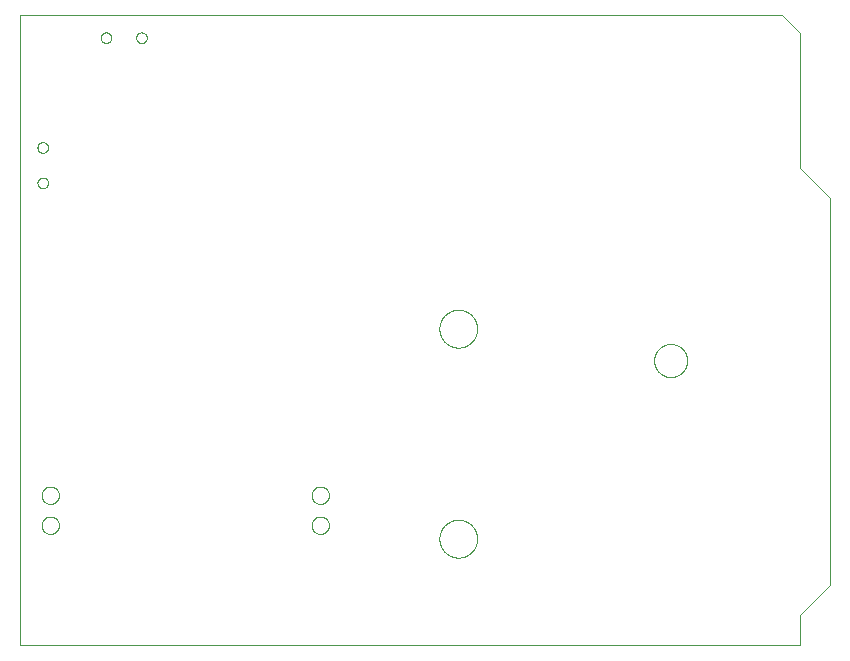
<source format=gbp>
G75*
%MOIN*%
%OFA0B0*%
%FSLAX25Y25*%
%IPPOS*%
%LPD*%
%AMOC8*
5,1,8,0,0,1.08239X$1,22.5*
%
%ADD10C,0.00004*%
%ADD11C,0.00000*%
D10*
X0016500Y0031300D02*
X0276500Y0031300D01*
X0276500Y0041300D01*
X0286500Y0051300D01*
X0286500Y0180300D01*
X0276500Y0190300D01*
X0276500Y0235300D01*
X0270500Y0241300D01*
X0016500Y0241300D01*
X0016500Y0031300D01*
D11*
X0023600Y0071300D02*
X0023602Y0071407D01*
X0023608Y0071514D01*
X0023618Y0071621D01*
X0023632Y0071727D01*
X0023649Y0071833D01*
X0023671Y0071938D01*
X0023697Y0072042D01*
X0023726Y0072145D01*
X0023759Y0072247D01*
X0023796Y0072348D01*
X0023836Y0072447D01*
X0023881Y0072544D01*
X0023928Y0072640D01*
X0023980Y0072735D01*
X0024034Y0072827D01*
X0024092Y0072917D01*
X0024154Y0073005D01*
X0024218Y0073090D01*
X0024286Y0073173D01*
X0024357Y0073254D01*
X0024431Y0073332D01*
X0024507Y0073407D01*
X0024586Y0073479D01*
X0024668Y0073548D01*
X0024752Y0073614D01*
X0024839Y0073677D01*
X0024928Y0073737D01*
X0025019Y0073793D01*
X0025112Y0073846D01*
X0025207Y0073896D01*
X0025304Y0073942D01*
X0025403Y0073984D01*
X0025503Y0074023D01*
X0025604Y0074058D01*
X0025706Y0074089D01*
X0025810Y0074117D01*
X0025915Y0074140D01*
X0026020Y0074160D01*
X0026126Y0074176D01*
X0026232Y0074188D01*
X0026339Y0074196D01*
X0026446Y0074200D01*
X0026554Y0074200D01*
X0026661Y0074196D01*
X0026768Y0074188D01*
X0026874Y0074176D01*
X0026980Y0074160D01*
X0027085Y0074140D01*
X0027190Y0074117D01*
X0027294Y0074089D01*
X0027396Y0074058D01*
X0027497Y0074023D01*
X0027597Y0073984D01*
X0027696Y0073942D01*
X0027793Y0073896D01*
X0027888Y0073846D01*
X0027981Y0073793D01*
X0028072Y0073737D01*
X0028161Y0073677D01*
X0028248Y0073614D01*
X0028332Y0073548D01*
X0028414Y0073479D01*
X0028493Y0073407D01*
X0028569Y0073332D01*
X0028643Y0073254D01*
X0028714Y0073173D01*
X0028782Y0073090D01*
X0028846Y0073005D01*
X0028908Y0072917D01*
X0028966Y0072827D01*
X0029020Y0072735D01*
X0029072Y0072640D01*
X0029119Y0072544D01*
X0029164Y0072447D01*
X0029204Y0072348D01*
X0029241Y0072247D01*
X0029274Y0072145D01*
X0029303Y0072042D01*
X0029329Y0071938D01*
X0029351Y0071833D01*
X0029368Y0071727D01*
X0029382Y0071621D01*
X0029392Y0071514D01*
X0029398Y0071407D01*
X0029400Y0071300D01*
X0029398Y0071193D01*
X0029392Y0071086D01*
X0029382Y0070979D01*
X0029368Y0070873D01*
X0029351Y0070767D01*
X0029329Y0070662D01*
X0029303Y0070558D01*
X0029274Y0070455D01*
X0029241Y0070353D01*
X0029204Y0070252D01*
X0029164Y0070153D01*
X0029119Y0070056D01*
X0029072Y0069960D01*
X0029020Y0069865D01*
X0028966Y0069773D01*
X0028908Y0069683D01*
X0028846Y0069595D01*
X0028782Y0069510D01*
X0028714Y0069427D01*
X0028643Y0069346D01*
X0028569Y0069268D01*
X0028493Y0069193D01*
X0028414Y0069121D01*
X0028332Y0069052D01*
X0028248Y0068986D01*
X0028161Y0068923D01*
X0028072Y0068863D01*
X0027981Y0068807D01*
X0027888Y0068754D01*
X0027793Y0068704D01*
X0027696Y0068658D01*
X0027597Y0068616D01*
X0027497Y0068577D01*
X0027396Y0068542D01*
X0027294Y0068511D01*
X0027190Y0068483D01*
X0027085Y0068460D01*
X0026980Y0068440D01*
X0026874Y0068424D01*
X0026768Y0068412D01*
X0026661Y0068404D01*
X0026554Y0068400D01*
X0026446Y0068400D01*
X0026339Y0068404D01*
X0026232Y0068412D01*
X0026126Y0068424D01*
X0026020Y0068440D01*
X0025915Y0068460D01*
X0025810Y0068483D01*
X0025706Y0068511D01*
X0025604Y0068542D01*
X0025503Y0068577D01*
X0025403Y0068616D01*
X0025304Y0068658D01*
X0025207Y0068704D01*
X0025112Y0068754D01*
X0025019Y0068807D01*
X0024928Y0068863D01*
X0024839Y0068923D01*
X0024752Y0068986D01*
X0024668Y0069052D01*
X0024586Y0069121D01*
X0024507Y0069193D01*
X0024431Y0069268D01*
X0024357Y0069346D01*
X0024286Y0069427D01*
X0024218Y0069510D01*
X0024154Y0069595D01*
X0024092Y0069683D01*
X0024034Y0069773D01*
X0023980Y0069865D01*
X0023928Y0069960D01*
X0023881Y0070056D01*
X0023836Y0070153D01*
X0023796Y0070252D01*
X0023759Y0070353D01*
X0023726Y0070455D01*
X0023697Y0070558D01*
X0023671Y0070662D01*
X0023649Y0070767D01*
X0023632Y0070873D01*
X0023618Y0070979D01*
X0023608Y0071086D01*
X0023602Y0071193D01*
X0023600Y0071300D01*
X0023600Y0081300D02*
X0023602Y0081407D01*
X0023608Y0081514D01*
X0023618Y0081621D01*
X0023632Y0081727D01*
X0023649Y0081833D01*
X0023671Y0081938D01*
X0023697Y0082042D01*
X0023726Y0082145D01*
X0023759Y0082247D01*
X0023796Y0082348D01*
X0023836Y0082447D01*
X0023881Y0082544D01*
X0023928Y0082640D01*
X0023980Y0082735D01*
X0024034Y0082827D01*
X0024092Y0082917D01*
X0024154Y0083005D01*
X0024218Y0083090D01*
X0024286Y0083173D01*
X0024357Y0083254D01*
X0024431Y0083332D01*
X0024507Y0083407D01*
X0024586Y0083479D01*
X0024668Y0083548D01*
X0024752Y0083614D01*
X0024839Y0083677D01*
X0024928Y0083737D01*
X0025019Y0083793D01*
X0025112Y0083846D01*
X0025207Y0083896D01*
X0025304Y0083942D01*
X0025403Y0083984D01*
X0025503Y0084023D01*
X0025604Y0084058D01*
X0025706Y0084089D01*
X0025810Y0084117D01*
X0025915Y0084140D01*
X0026020Y0084160D01*
X0026126Y0084176D01*
X0026232Y0084188D01*
X0026339Y0084196D01*
X0026446Y0084200D01*
X0026554Y0084200D01*
X0026661Y0084196D01*
X0026768Y0084188D01*
X0026874Y0084176D01*
X0026980Y0084160D01*
X0027085Y0084140D01*
X0027190Y0084117D01*
X0027294Y0084089D01*
X0027396Y0084058D01*
X0027497Y0084023D01*
X0027597Y0083984D01*
X0027696Y0083942D01*
X0027793Y0083896D01*
X0027888Y0083846D01*
X0027981Y0083793D01*
X0028072Y0083737D01*
X0028161Y0083677D01*
X0028248Y0083614D01*
X0028332Y0083548D01*
X0028414Y0083479D01*
X0028493Y0083407D01*
X0028569Y0083332D01*
X0028643Y0083254D01*
X0028714Y0083173D01*
X0028782Y0083090D01*
X0028846Y0083005D01*
X0028908Y0082917D01*
X0028966Y0082827D01*
X0029020Y0082735D01*
X0029072Y0082640D01*
X0029119Y0082544D01*
X0029164Y0082447D01*
X0029204Y0082348D01*
X0029241Y0082247D01*
X0029274Y0082145D01*
X0029303Y0082042D01*
X0029329Y0081938D01*
X0029351Y0081833D01*
X0029368Y0081727D01*
X0029382Y0081621D01*
X0029392Y0081514D01*
X0029398Y0081407D01*
X0029400Y0081300D01*
X0029398Y0081193D01*
X0029392Y0081086D01*
X0029382Y0080979D01*
X0029368Y0080873D01*
X0029351Y0080767D01*
X0029329Y0080662D01*
X0029303Y0080558D01*
X0029274Y0080455D01*
X0029241Y0080353D01*
X0029204Y0080252D01*
X0029164Y0080153D01*
X0029119Y0080056D01*
X0029072Y0079960D01*
X0029020Y0079865D01*
X0028966Y0079773D01*
X0028908Y0079683D01*
X0028846Y0079595D01*
X0028782Y0079510D01*
X0028714Y0079427D01*
X0028643Y0079346D01*
X0028569Y0079268D01*
X0028493Y0079193D01*
X0028414Y0079121D01*
X0028332Y0079052D01*
X0028248Y0078986D01*
X0028161Y0078923D01*
X0028072Y0078863D01*
X0027981Y0078807D01*
X0027888Y0078754D01*
X0027793Y0078704D01*
X0027696Y0078658D01*
X0027597Y0078616D01*
X0027497Y0078577D01*
X0027396Y0078542D01*
X0027294Y0078511D01*
X0027190Y0078483D01*
X0027085Y0078460D01*
X0026980Y0078440D01*
X0026874Y0078424D01*
X0026768Y0078412D01*
X0026661Y0078404D01*
X0026554Y0078400D01*
X0026446Y0078400D01*
X0026339Y0078404D01*
X0026232Y0078412D01*
X0026126Y0078424D01*
X0026020Y0078440D01*
X0025915Y0078460D01*
X0025810Y0078483D01*
X0025706Y0078511D01*
X0025604Y0078542D01*
X0025503Y0078577D01*
X0025403Y0078616D01*
X0025304Y0078658D01*
X0025207Y0078704D01*
X0025112Y0078754D01*
X0025019Y0078807D01*
X0024928Y0078863D01*
X0024839Y0078923D01*
X0024752Y0078986D01*
X0024668Y0079052D01*
X0024586Y0079121D01*
X0024507Y0079193D01*
X0024431Y0079268D01*
X0024357Y0079346D01*
X0024286Y0079427D01*
X0024218Y0079510D01*
X0024154Y0079595D01*
X0024092Y0079683D01*
X0024034Y0079773D01*
X0023980Y0079865D01*
X0023928Y0079960D01*
X0023881Y0080056D01*
X0023836Y0080153D01*
X0023796Y0080252D01*
X0023759Y0080353D01*
X0023726Y0080455D01*
X0023697Y0080558D01*
X0023671Y0080662D01*
X0023649Y0080767D01*
X0023632Y0080873D01*
X0023618Y0080979D01*
X0023608Y0081086D01*
X0023602Y0081193D01*
X0023600Y0081300D01*
X0113600Y0081300D02*
X0113602Y0081407D01*
X0113608Y0081514D01*
X0113618Y0081621D01*
X0113632Y0081727D01*
X0113649Y0081833D01*
X0113671Y0081938D01*
X0113697Y0082042D01*
X0113726Y0082145D01*
X0113759Y0082247D01*
X0113796Y0082348D01*
X0113836Y0082447D01*
X0113881Y0082544D01*
X0113928Y0082640D01*
X0113980Y0082735D01*
X0114034Y0082827D01*
X0114092Y0082917D01*
X0114154Y0083005D01*
X0114218Y0083090D01*
X0114286Y0083173D01*
X0114357Y0083254D01*
X0114431Y0083332D01*
X0114507Y0083407D01*
X0114586Y0083479D01*
X0114668Y0083548D01*
X0114752Y0083614D01*
X0114839Y0083677D01*
X0114928Y0083737D01*
X0115019Y0083793D01*
X0115112Y0083846D01*
X0115207Y0083896D01*
X0115304Y0083942D01*
X0115403Y0083984D01*
X0115503Y0084023D01*
X0115604Y0084058D01*
X0115706Y0084089D01*
X0115810Y0084117D01*
X0115915Y0084140D01*
X0116020Y0084160D01*
X0116126Y0084176D01*
X0116232Y0084188D01*
X0116339Y0084196D01*
X0116446Y0084200D01*
X0116554Y0084200D01*
X0116661Y0084196D01*
X0116768Y0084188D01*
X0116874Y0084176D01*
X0116980Y0084160D01*
X0117085Y0084140D01*
X0117190Y0084117D01*
X0117294Y0084089D01*
X0117396Y0084058D01*
X0117497Y0084023D01*
X0117597Y0083984D01*
X0117696Y0083942D01*
X0117793Y0083896D01*
X0117888Y0083846D01*
X0117981Y0083793D01*
X0118072Y0083737D01*
X0118161Y0083677D01*
X0118248Y0083614D01*
X0118332Y0083548D01*
X0118414Y0083479D01*
X0118493Y0083407D01*
X0118569Y0083332D01*
X0118643Y0083254D01*
X0118714Y0083173D01*
X0118782Y0083090D01*
X0118846Y0083005D01*
X0118908Y0082917D01*
X0118966Y0082827D01*
X0119020Y0082735D01*
X0119072Y0082640D01*
X0119119Y0082544D01*
X0119164Y0082447D01*
X0119204Y0082348D01*
X0119241Y0082247D01*
X0119274Y0082145D01*
X0119303Y0082042D01*
X0119329Y0081938D01*
X0119351Y0081833D01*
X0119368Y0081727D01*
X0119382Y0081621D01*
X0119392Y0081514D01*
X0119398Y0081407D01*
X0119400Y0081300D01*
X0119398Y0081193D01*
X0119392Y0081086D01*
X0119382Y0080979D01*
X0119368Y0080873D01*
X0119351Y0080767D01*
X0119329Y0080662D01*
X0119303Y0080558D01*
X0119274Y0080455D01*
X0119241Y0080353D01*
X0119204Y0080252D01*
X0119164Y0080153D01*
X0119119Y0080056D01*
X0119072Y0079960D01*
X0119020Y0079865D01*
X0118966Y0079773D01*
X0118908Y0079683D01*
X0118846Y0079595D01*
X0118782Y0079510D01*
X0118714Y0079427D01*
X0118643Y0079346D01*
X0118569Y0079268D01*
X0118493Y0079193D01*
X0118414Y0079121D01*
X0118332Y0079052D01*
X0118248Y0078986D01*
X0118161Y0078923D01*
X0118072Y0078863D01*
X0117981Y0078807D01*
X0117888Y0078754D01*
X0117793Y0078704D01*
X0117696Y0078658D01*
X0117597Y0078616D01*
X0117497Y0078577D01*
X0117396Y0078542D01*
X0117294Y0078511D01*
X0117190Y0078483D01*
X0117085Y0078460D01*
X0116980Y0078440D01*
X0116874Y0078424D01*
X0116768Y0078412D01*
X0116661Y0078404D01*
X0116554Y0078400D01*
X0116446Y0078400D01*
X0116339Y0078404D01*
X0116232Y0078412D01*
X0116126Y0078424D01*
X0116020Y0078440D01*
X0115915Y0078460D01*
X0115810Y0078483D01*
X0115706Y0078511D01*
X0115604Y0078542D01*
X0115503Y0078577D01*
X0115403Y0078616D01*
X0115304Y0078658D01*
X0115207Y0078704D01*
X0115112Y0078754D01*
X0115019Y0078807D01*
X0114928Y0078863D01*
X0114839Y0078923D01*
X0114752Y0078986D01*
X0114668Y0079052D01*
X0114586Y0079121D01*
X0114507Y0079193D01*
X0114431Y0079268D01*
X0114357Y0079346D01*
X0114286Y0079427D01*
X0114218Y0079510D01*
X0114154Y0079595D01*
X0114092Y0079683D01*
X0114034Y0079773D01*
X0113980Y0079865D01*
X0113928Y0079960D01*
X0113881Y0080056D01*
X0113836Y0080153D01*
X0113796Y0080252D01*
X0113759Y0080353D01*
X0113726Y0080455D01*
X0113697Y0080558D01*
X0113671Y0080662D01*
X0113649Y0080767D01*
X0113632Y0080873D01*
X0113618Y0080979D01*
X0113608Y0081086D01*
X0113602Y0081193D01*
X0113600Y0081300D01*
X0113600Y0071300D02*
X0113602Y0071407D01*
X0113608Y0071514D01*
X0113618Y0071621D01*
X0113632Y0071727D01*
X0113649Y0071833D01*
X0113671Y0071938D01*
X0113697Y0072042D01*
X0113726Y0072145D01*
X0113759Y0072247D01*
X0113796Y0072348D01*
X0113836Y0072447D01*
X0113881Y0072544D01*
X0113928Y0072640D01*
X0113980Y0072735D01*
X0114034Y0072827D01*
X0114092Y0072917D01*
X0114154Y0073005D01*
X0114218Y0073090D01*
X0114286Y0073173D01*
X0114357Y0073254D01*
X0114431Y0073332D01*
X0114507Y0073407D01*
X0114586Y0073479D01*
X0114668Y0073548D01*
X0114752Y0073614D01*
X0114839Y0073677D01*
X0114928Y0073737D01*
X0115019Y0073793D01*
X0115112Y0073846D01*
X0115207Y0073896D01*
X0115304Y0073942D01*
X0115403Y0073984D01*
X0115503Y0074023D01*
X0115604Y0074058D01*
X0115706Y0074089D01*
X0115810Y0074117D01*
X0115915Y0074140D01*
X0116020Y0074160D01*
X0116126Y0074176D01*
X0116232Y0074188D01*
X0116339Y0074196D01*
X0116446Y0074200D01*
X0116554Y0074200D01*
X0116661Y0074196D01*
X0116768Y0074188D01*
X0116874Y0074176D01*
X0116980Y0074160D01*
X0117085Y0074140D01*
X0117190Y0074117D01*
X0117294Y0074089D01*
X0117396Y0074058D01*
X0117497Y0074023D01*
X0117597Y0073984D01*
X0117696Y0073942D01*
X0117793Y0073896D01*
X0117888Y0073846D01*
X0117981Y0073793D01*
X0118072Y0073737D01*
X0118161Y0073677D01*
X0118248Y0073614D01*
X0118332Y0073548D01*
X0118414Y0073479D01*
X0118493Y0073407D01*
X0118569Y0073332D01*
X0118643Y0073254D01*
X0118714Y0073173D01*
X0118782Y0073090D01*
X0118846Y0073005D01*
X0118908Y0072917D01*
X0118966Y0072827D01*
X0119020Y0072735D01*
X0119072Y0072640D01*
X0119119Y0072544D01*
X0119164Y0072447D01*
X0119204Y0072348D01*
X0119241Y0072247D01*
X0119274Y0072145D01*
X0119303Y0072042D01*
X0119329Y0071938D01*
X0119351Y0071833D01*
X0119368Y0071727D01*
X0119382Y0071621D01*
X0119392Y0071514D01*
X0119398Y0071407D01*
X0119400Y0071300D01*
X0119398Y0071193D01*
X0119392Y0071086D01*
X0119382Y0070979D01*
X0119368Y0070873D01*
X0119351Y0070767D01*
X0119329Y0070662D01*
X0119303Y0070558D01*
X0119274Y0070455D01*
X0119241Y0070353D01*
X0119204Y0070252D01*
X0119164Y0070153D01*
X0119119Y0070056D01*
X0119072Y0069960D01*
X0119020Y0069865D01*
X0118966Y0069773D01*
X0118908Y0069683D01*
X0118846Y0069595D01*
X0118782Y0069510D01*
X0118714Y0069427D01*
X0118643Y0069346D01*
X0118569Y0069268D01*
X0118493Y0069193D01*
X0118414Y0069121D01*
X0118332Y0069052D01*
X0118248Y0068986D01*
X0118161Y0068923D01*
X0118072Y0068863D01*
X0117981Y0068807D01*
X0117888Y0068754D01*
X0117793Y0068704D01*
X0117696Y0068658D01*
X0117597Y0068616D01*
X0117497Y0068577D01*
X0117396Y0068542D01*
X0117294Y0068511D01*
X0117190Y0068483D01*
X0117085Y0068460D01*
X0116980Y0068440D01*
X0116874Y0068424D01*
X0116768Y0068412D01*
X0116661Y0068404D01*
X0116554Y0068400D01*
X0116446Y0068400D01*
X0116339Y0068404D01*
X0116232Y0068412D01*
X0116126Y0068424D01*
X0116020Y0068440D01*
X0115915Y0068460D01*
X0115810Y0068483D01*
X0115706Y0068511D01*
X0115604Y0068542D01*
X0115503Y0068577D01*
X0115403Y0068616D01*
X0115304Y0068658D01*
X0115207Y0068704D01*
X0115112Y0068754D01*
X0115019Y0068807D01*
X0114928Y0068863D01*
X0114839Y0068923D01*
X0114752Y0068986D01*
X0114668Y0069052D01*
X0114586Y0069121D01*
X0114507Y0069193D01*
X0114431Y0069268D01*
X0114357Y0069346D01*
X0114286Y0069427D01*
X0114218Y0069510D01*
X0114154Y0069595D01*
X0114092Y0069683D01*
X0114034Y0069773D01*
X0113980Y0069865D01*
X0113928Y0069960D01*
X0113881Y0070056D01*
X0113836Y0070153D01*
X0113796Y0070252D01*
X0113759Y0070353D01*
X0113726Y0070455D01*
X0113697Y0070558D01*
X0113671Y0070662D01*
X0113649Y0070767D01*
X0113632Y0070873D01*
X0113618Y0070979D01*
X0113608Y0071086D01*
X0113602Y0071193D01*
X0113600Y0071300D01*
X0156201Y0066800D02*
X0156203Y0066958D01*
X0156209Y0067116D01*
X0156219Y0067274D01*
X0156233Y0067432D01*
X0156251Y0067589D01*
X0156272Y0067746D01*
X0156298Y0067902D01*
X0156328Y0068058D01*
X0156361Y0068213D01*
X0156399Y0068366D01*
X0156440Y0068519D01*
X0156485Y0068671D01*
X0156534Y0068822D01*
X0156587Y0068971D01*
X0156643Y0069119D01*
X0156703Y0069265D01*
X0156767Y0069410D01*
X0156835Y0069553D01*
X0156906Y0069695D01*
X0156980Y0069835D01*
X0157058Y0069972D01*
X0157140Y0070108D01*
X0157224Y0070242D01*
X0157313Y0070373D01*
X0157404Y0070502D01*
X0157499Y0070629D01*
X0157596Y0070754D01*
X0157697Y0070876D01*
X0157801Y0070995D01*
X0157908Y0071112D01*
X0158018Y0071226D01*
X0158131Y0071337D01*
X0158246Y0071446D01*
X0158364Y0071551D01*
X0158485Y0071653D01*
X0158608Y0071753D01*
X0158734Y0071849D01*
X0158862Y0071942D01*
X0158992Y0072032D01*
X0159125Y0072118D01*
X0159260Y0072202D01*
X0159396Y0072281D01*
X0159535Y0072358D01*
X0159676Y0072430D01*
X0159818Y0072500D01*
X0159962Y0072565D01*
X0160108Y0072627D01*
X0160255Y0072685D01*
X0160404Y0072740D01*
X0160554Y0072791D01*
X0160705Y0072838D01*
X0160857Y0072881D01*
X0161010Y0072920D01*
X0161165Y0072956D01*
X0161320Y0072987D01*
X0161476Y0073015D01*
X0161632Y0073039D01*
X0161789Y0073059D01*
X0161947Y0073075D01*
X0162104Y0073087D01*
X0162263Y0073095D01*
X0162421Y0073099D01*
X0162579Y0073099D01*
X0162737Y0073095D01*
X0162896Y0073087D01*
X0163053Y0073075D01*
X0163211Y0073059D01*
X0163368Y0073039D01*
X0163524Y0073015D01*
X0163680Y0072987D01*
X0163835Y0072956D01*
X0163990Y0072920D01*
X0164143Y0072881D01*
X0164295Y0072838D01*
X0164446Y0072791D01*
X0164596Y0072740D01*
X0164745Y0072685D01*
X0164892Y0072627D01*
X0165038Y0072565D01*
X0165182Y0072500D01*
X0165324Y0072430D01*
X0165465Y0072358D01*
X0165604Y0072281D01*
X0165740Y0072202D01*
X0165875Y0072118D01*
X0166008Y0072032D01*
X0166138Y0071942D01*
X0166266Y0071849D01*
X0166392Y0071753D01*
X0166515Y0071653D01*
X0166636Y0071551D01*
X0166754Y0071446D01*
X0166869Y0071337D01*
X0166982Y0071226D01*
X0167092Y0071112D01*
X0167199Y0070995D01*
X0167303Y0070876D01*
X0167404Y0070754D01*
X0167501Y0070629D01*
X0167596Y0070502D01*
X0167687Y0070373D01*
X0167776Y0070242D01*
X0167860Y0070108D01*
X0167942Y0069972D01*
X0168020Y0069835D01*
X0168094Y0069695D01*
X0168165Y0069553D01*
X0168233Y0069410D01*
X0168297Y0069265D01*
X0168357Y0069119D01*
X0168413Y0068971D01*
X0168466Y0068822D01*
X0168515Y0068671D01*
X0168560Y0068519D01*
X0168601Y0068366D01*
X0168639Y0068213D01*
X0168672Y0068058D01*
X0168702Y0067902D01*
X0168728Y0067746D01*
X0168749Y0067589D01*
X0168767Y0067432D01*
X0168781Y0067274D01*
X0168791Y0067116D01*
X0168797Y0066958D01*
X0168799Y0066800D01*
X0168797Y0066642D01*
X0168791Y0066484D01*
X0168781Y0066326D01*
X0168767Y0066168D01*
X0168749Y0066011D01*
X0168728Y0065854D01*
X0168702Y0065698D01*
X0168672Y0065542D01*
X0168639Y0065387D01*
X0168601Y0065234D01*
X0168560Y0065081D01*
X0168515Y0064929D01*
X0168466Y0064778D01*
X0168413Y0064629D01*
X0168357Y0064481D01*
X0168297Y0064335D01*
X0168233Y0064190D01*
X0168165Y0064047D01*
X0168094Y0063905D01*
X0168020Y0063765D01*
X0167942Y0063628D01*
X0167860Y0063492D01*
X0167776Y0063358D01*
X0167687Y0063227D01*
X0167596Y0063098D01*
X0167501Y0062971D01*
X0167404Y0062846D01*
X0167303Y0062724D01*
X0167199Y0062605D01*
X0167092Y0062488D01*
X0166982Y0062374D01*
X0166869Y0062263D01*
X0166754Y0062154D01*
X0166636Y0062049D01*
X0166515Y0061947D01*
X0166392Y0061847D01*
X0166266Y0061751D01*
X0166138Y0061658D01*
X0166008Y0061568D01*
X0165875Y0061482D01*
X0165740Y0061398D01*
X0165604Y0061319D01*
X0165465Y0061242D01*
X0165324Y0061170D01*
X0165182Y0061100D01*
X0165038Y0061035D01*
X0164892Y0060973D01*
X0164745Y0060915D01*
X0164596Y0060860D01*
X0164446Y0060809D01*
X0164295Y0060762D01*
X0164143Y0060719D01*
X0163990Y0060680D01*
X0163835Y0060644D01*
X0163680Y0060613D01*
X0163524Y0060585D01*
X0163368Y0060561D01*
X0163211Y0060541D01*
X0163053Y0060525D01*
X0162896Y0060513D01*
X0162737Y0060505D01*
X0162579Y0060501D01*
X0162421Y0060501D01*
X0162263Y0060505D01*
X0162104Y0060513D01*
X0161947Y0060525D01*
X0161789Y0060541D01*
X0161632Y0060561D01*
X0161476Y0060585D01*
X0161320Y0060613D01*
X0161165Y0060644D01*
X0161010Y0060680D01*
X0160857Y0060719D01*
X0160705Y0060762D01*
X0160554Y0060809D01*
X0160404Y0060860D01*
X0160255Y0060915D01*
X0160108Y0060973D01*
X0159962Y0061035D01*
X0159818Y0061100D01*
X0159676Y0061170D01*
X0159535Y0061242D01*
X0159396Y0061319D01*
X0159260Y0061398D01*
X0159125Y0061482D01*
X0158992Y0061568D01*
X0158862Y0061658D01*
X0158734Y0061751D01*
X0158608Y0061847D01*
X0158485Y0061947D01*
X0158364Y0062049D01*
X0158246Y0062154D01*
X0158131Y0062263D01*
X0158018Y0062374D01*
X0157908Y0062488D01*
X0157801Y0062605D01*
X0157697Y0062724D01*
X0157596Y0062846D01*
X0157499Y0062971D01*
X0157404Y0063098D01*
X0157313Y0063227D01*
X0157224Y0063358D01*
X0157140Y0063492D01*
X0157058Y0063628D01*
X0156980Y0063765D01*
X0156906Y0063905D01*
X0156835Y0064047D01*
X0156767Y0064190D01*
X0156703Y0064335D01*
X0156643Y0064481D01*
X0156587Y0064629D01*
X0156534Y0064778D01*
X0156485Y0064929D01*
X0156440Y0065081D01*
X0156399Y0065234D01*
X0156361Y0065387D01*
X0156328Y0065542D01*
X0156298Y0065698D01*
X0156272Y0065854D01*
X0156251Y0066011D01*
X0156233Y0066168D01*
X0156219Y0066326D01*
X0156209Y0066484D01*
X0156203Y0066642D01*
X0156201Y0066800D01*
X0227788Y0126200D02*
X0227790Y0126348D01*
X0227796Y0126496D01*
X0227806Y0126644D01*
X0227820Y0126791D01*
X0227838Y0126938D01*
X0227859Y0127084D01*
X0227885Y0127230D01*
X0227915Y0127375D01*
X0227948Y0127519D01*
X0227986Y0127662D01*
X0228027Y0127804D01*
X0228072Y0127945D01*
X0228120Y0128085D01*
X0228173Y0128224D01*
X0228229Y0128361D01*
X0228289Y0128496D01*
X0228352Y0128630D01*
X0228419Y0128762D01*
X0228490Y0128892D01*
X0228564Y0129020D01*
X0228641Y0129146D01*
X0228722Y0129270D01*
X0228806Y0129392D01*
X0228893Y0129511D01*
X0228984Y0129628D01*
X0229078Y0129743D01*
X0229174Y0129855D01*
X0229274Y0129965D01*
X0229376Y0130071D01*
X0229482Y0130175D01*
X0229590Y0130276D01*
X0229701Y0130374D01*
X0229814Y0130470D01*
X0229930Y0130562D01*
X0230048Y0130651D01*
X0230169Y0130736D01*
X0230292Y0130819D01*
X0230417Y0130898D01*
X0230544Y0130974D01*
X0230673Y0131046D01*
X0230804Y0131115D01*
X0230937Y0131180D01*
X0231072Y0131241D01*
X0231208Y0131299D01*
X0231345Y0131354D01*
X0231484Y0131404D01*
X0231625Y0131451D01*
X0231766Y0131494D01*
X0231909Y0131534D01*
X0232053Y0131569D01*
X0232197Y0131601D01*
X0232343Y0131628D01*
X0232489Y0131652D01*
X0232636Y0131672D01*
X0232783Y0131688D01*
X0232930Y0131700D01*
X0233078Y0131708D01*
X0233226Y0131712D01*
X0233374Y0131712D01*
X0233522Y0131708D01*
X0233670Y0131700D01*
X0233817Y0131688D01*
X0233964Y0131672D01*
X0234111Y0131652D01*
X0234257Y0131628D01*
X0234403Y0131601D01*
X0234547Y0131569D01*
X0234691Y0131534D01*
X0234834Y0131494D01*
X0234975Y0131451D01*
X0235116Y0131404D01*
X0235255Y0131354D01*
X0235392Y0131299D01*
X0235528Y0131241D01*
X0235663Y0131180D01*
X0235796Y0131115D01*
X0235927Y0131046D01*
X0236056Y0130974D01*
X0236183Y0130898D01*
X0236308Y0130819D01*
X0236431Y0130736D01*
X0236552Y0130651D01*
X0236670Y0130562D01*
X0236786Y0130470D01*
X0236899Y0130374D01*
X0237010Y0130276D01*
X0237118Y0130175D01*
X0237224Y0130071D01*
X0237326Y0129965D01*
X0237426Y0129855D01*
X0237522Y0129743D01*
X0237616Y0129628D01*
X0237707Y0129511D01*
X0237794Y0129392D01*
X0237878Y0129270D01*
X0237959Y0129146D01*
X0238036Y0129020D01*
X0238110Y0128892D01*
X0238181Y0128762D01*
X0238248Y0128630D01*
X0238311Y0128496D01*
X0238371Y0128361D01*
X0238427Y0128224D01*
X0238480Y0128085D01*
X0238528Y0127945D01*
X0238573Y0127804D01*
X0238614Y0127662D01*
X0238652Y0127519D01*
X0238685Y0127375D01*
X0238715Y0127230D01*
X0238741Y0127084D01*
X0238762Y0126938D01*
X0238780Y0126791D01*
X0238794Y0126644D01*
X0238804Y0126496D01*
X0238810Y0126348D01*
X0238812Y0126200D01*
X0238810Y0126052D01*
X0238804Y0125904D01*
X0238794Y0125756D01*
X0238780Y0125609D01*
X0238762Y0125462D01*
X0238741Y0125316D01*
X0238715Y0125170D01*
X0238685Y0125025D01*
X0238652Y0124881D01*
X0238614Y0124738D01*
X0238573Y0124596D01*
X0238528Y0124455D01*
X0238480Y0124315D01*
X0238427Y0124176D01*
X0238371Y0124039D01*
X0238311Y0123904D01*
X0238248Y0123770D01*
X0238181Y0123638D01*
X0238110Y0123508D01*
X0238036Y0123380D01*
X0237959Y0123254D01*
X0237878Y0123130D01*
X0237794Y0123008D01*
X0237707Y0122889D01*
X0237616Y0122772D01*
X0237522Y0122657D01*
X0237426Y0122545D01*
X0237326Y0122435D01*
X0237224Y0122329D01*
X0237118Y0122225D01*
X0237010Y0122124D01*
X0236899Y0122026D01*
X0236786Y0121930D01*
X0236670Y0121838D01*
X0236552Y0121749D01*
X0236431Y0121664D01*
X0236308Y0121581D01*
X0236183Y0121502D01*
X0236056Y0121426D01*
X0235927Y0121354D01*
X0235796Y0121285D01*
X0235663Y0121220D01*
X0235528Y0121159D01*
X0235392Y0121101D01*
X0235255Y0121046D01*
X0235116Y0120996D01*
X0234975Y0120949D01*
X0234834Y0120906D01*
X0234691Y0120866D01*
X0234547Y0120831D01*
X0234403Y0120799D01*
X0234257Y0120772D01*
X0234111Y0120748D01*
X0233964Y0120728D01*
X0233817Y0120712D01*
X0233670Y0120700D01*
X0233522Y0120692D01*
X0233374Y0120688D01*
X0233226Y0120688D01*
X0233078Y0120692D01*
X0232930Y0120700D01*
X0232783Y0120712D01*
X0232636Y0120728D01*
X0232489Y0120748D01*
X0232343Y0120772D01*
X0232197Y0120799D01*
X0232053Y0120831D01*
X0231909Y0120866D01*
X0231766Y0120906D01*
X0231625Y0120949D01*
X0231484Y0120996D01*
X0231345Y0121046D01*
X0231208Y0121101D01*
X0231072Y0121159D01*
X0230937Y0121220D01*
X0230804Y0121285D01*
X0230673Y0121354D01*
X0230544Y0121426D01*
X0230417Y0121502D01*
X0230292Y0121581D01*
X0230169Y0121664D01*
X0230048Y0121749D01*
X0229930Y0121838D01*
X0229814Y0121930D01*
X0229701Y0122026D01*
X0229590Y0122124D01*
X0229482Y0122225D01*
X0229376Y0122329D01*
X0229274Y0122435D01*
X0229174Y0122545D01*
X0229078Y0122657D01*
X0228984Y0122772D01*
X0228893Y0122889D01*
X0228806Y0123008D01*
X0228722Y0123130D01*
X0228641Y0123254D01*
X0228564Y0123380D01*
X0228490Y0123508D01*
X0228419Y0123638D01*
X0228352Y0123770D01*
X0228289Y0123904D01*
X0228229Y0124039D01*
X0228173Y0124176D01*
X0228120Y0124315D01*
X0228072Y0124455D01*
X0228027Y0124596D01*
X0227986Y0124738D01*
X0227948Y0124881D01*
X0227915Y0125025D01*
X0227885Y0125170D01*
X0227859Y0125316D01*
X0227838Y0125462D01*
X0227820Y0125609D01*
X0227806Y0125756D01*
X0227796Y0125904D01*
X0227790Y0126052D01*
X0227788Y0126200D01*
X0156201Y0136800D02*
X0156203Y0136958D01*
X0156209Y0137116D01*
X0156219Y0137274D01*
X0156233Y0137432D01*
X0156251Y0137589D01*
X0156272Y0137746D01*
X0156298Y0137902D01*
X0156328Y0138058D01*
X0156361Y0138213D01*
X0156399Y0138366D01*
X0156440Y0138519D01*
X0156485Y0138671D01*
X0156534Y0138822D01*
X0156587Y0138971D01*
X0156643Y0139119D01*
X0156703Y0139265D01*
X0156767Y0139410D01*
X0156835Y0139553D01*
X0156906Y0139695D01*
X0156980Y0139835D01*
X0157058Y0139972D01*
X0157140Y0140108D01*
X0157224Y0140242D01*
X0157313Y0140373D01*
X0157404Y0140502D01*
X0157499Y0140629D01*
X0157596Y0140754D01*
X0157697Y0140876D01*
X0157801Y0140995D01*
X0157908Y0141112D01*
X0158018Y0141226D01*
X0158131Y0141337D01*
X0158246Y0141446D01*
X0158364Y0141551D01*
X0158485Y0141653D01*
X0158608Y0141753D01*
X0158734Y0141849D01*
X0158862Y0141942D01*
X0158992Y0142032D01*
X0159125Y0142118D01*
X0159260Y0142202D01*
X0159396Y0142281D01*
X0159535Y0142358D01*
X0159676Y0142430D01*
X0159818Y0142500D01*
X0159962Y0142565D01*
X0160108Y0142627D01*
X0160255Y0142685D01*
X0160404Y0142740D01*
X0160554Y0142791D01*
X0160705Y0142838D01*
X0160857Y0142881D01*
X0161010Y0142920D01*
X0161165Y0142956D01*
X0161320Y0142987D01*
X0161476Y0143015D01*
X0161632Y0143039D01*
X0161789Y0143059D01*
X0161947Y0143075D01*
X0162104Y0143087D01*
X0162263Y0143095D01*
X0162421Y0143099D01*
X0162579Y0143099D01*
X0162737Y0143095D01*
X0162896Y0143087D01*
X0163053Y0143075D01*
X0163211Y0143059D01*
X0163368Y0143039D01*
X0163524Y0143015D01*
X0163680Y0142987D01*
X0163835Y0142956D01*
X0163990Y0142920D01*
X0164143Y0142881D01*
X0164295Y0142838D01*
X0164446Y0142791D01*
X0164596Y0142740D01*
X0164745Y0142685D01*
X0164892Y0142627D01*
X0165038Y0142565D01*
X0165182Y0142500D01*
X0165324Y0142430D01*
X0165465Y0142358D01*
X0165604Y0142281D01*
X0165740Y0142202D01*
X0165875Y0142118D01*
X0166008Y0142032D01*
X0166138Y0141942D01*
X0166266Y0141849D01*
X0166392Y0141753D01*
X0166515Y0141653D01*
X0166636Y0141551D01*
X0166754Y0141446D01*
X0166869Y0141337D01*
X0166982Y0141226D01*
X0167092Y0141112D01*
X0167199Y0140995D01*
X0167303Y0140876D01*
X0167404Y0140754D01*
X0167501Y0140629D01*
X0167596Y0140502D01*
X0167687Y0140373D01*
X0167776Y0140242D01*
X0167860Y0140108D01*
X0167942Y0139972D01*
X0168020Y0139835D01*
X0168094Y0139695D01*
X0168165Y0139553D01*
X0168233Y0139410D01*
X0168297Y0139265D01*
X0168357Y0139119D01*
X0168413Y0138971D01*
X0168466Y0138822D01*
X0168515Y0138671D01*
X0168560Y0138519D01*
X0168601Y0138366D01*
X0168639Y0138213D01*
X0168672Y0138058D01*
X0168702Y0137902D01*
X0168728Y0137746D01*
X0168749Y0137589D01*
X0168767Y0137432D01*
X0168781Y0137274D01*
X0168791Y0137116D01*
X0168797Y0136958D01*
X0168799Y0136800D01*
X0168797Y0136642D01*
X0168791Y0136484D01*
X0168781Y0136326D01*
X0168767Y0136168D01*
X0168749Y0136011D01*
X0168728Y0135854D01*
X0168702Y0135698D01*
X0168672Y0135542D01*
X0168639Y0135387D01*
X0168601Y0135234D01*
X0168560Y0135081D01*
X0168515Y0134929D01*
X0168466Y0134778D01*
X0168413Y0134629D01*
X0168357Y0134481D01*
X0168297Y0134335D01*
X0168233Y0134190D01*
X0168165Y0134047D01*
X0168094Y0133905D01*
X0168020Y0133765D01*
X0167942Y0133628D01*
X0167860Y0133492D01*
X0167776Y0133358D01*
X0167687Y0133227D01*
X0167596Y0133098D01*
X0167501Y0132971D01*
X0167404Y0132846D01*
X0167303Y0132724D01*
X0167199Y0132605D01*
X0167092Y0132488D01*
X0166982Y0132374D01*
X0166869Y0132263D01*
X0166754Y0132154D01*
X0166636Y0132049D01*
X0166515Y0131947D01*
X0166392Y0131847D01*
X0166266Y0131751D01*
X0166138Y0131658D01*
X0166008Y0131568D01*
X0165875Y0131482D01*
X0165740Y0131398D01*
X0165604Y0131319D01*
X0165465Y0131242D01*
X0165324Y0131170D01*
X0165182Y0131100D01*
X0165038Y0131035D01*
X0164892Y0130973D01*
X0164745Y0130915D01*
X0164596Y0130860D01*
X0164446Y0130809D01*
X0164295Y0130762D01*
X0164143Y0130719D01*
X0163990Y0130680D01*
X0163835Y0130644D01*
X0163680Y0130613D01*
X0163524Y0130585D01*
X0163368Y0130561D01*
X0163211Y0130541D01*
X0163053Y0130525D01*
X0162896Y0130513D01*
X0162737Y0130505D01*
X0162579Y0130501D01*
X0162421Y0130501D01*
X0162263Y0130505D01*
X0162104Y0130513D01*
X0161947Y0130525D01*
X0161789Y0130541D01*
X0161632Y0130561D01*
X0161476Y0130585D01*
X0161320Y0130613D01*
X0161165Y0130644D01*
X0161010Y0130680D01*
X0160857Y0130719D01*
X0160705Y0130762D01*
X0160554Y0130809D01*
X0160404Y0130860D01*
X0160255Y0130915D01*
X0160108Y0130973D01*
X0159962Y0131035D01*
X0159818Y0131100D01*
X0159676Y0131170D01*
X0159535Y0131242D01*
X0159396Y0131319D01*
X0159260Y0131398D01*
X0159125Y0131482D01*
X0158992Y0131568D01*
X0158862Y0131658D01*
X0158734Y0131751D01*
X0158608Y0131847D01*
X0158485Y0131947D01*
X0158364Y0132049D01*
X0158246Y0132154D01*
X0158131Y0132263D01*
X0158018Y0132374D01*
X0157908Y0132488D01*
X0157801Y0132605D01*
X0157697Y0132724D01*
X0157596Y0132846D01*
X0157499Y0132971D01*
X0157404Y0133098D01*
X0157313Y0133227D01*
X0157224Y0133358D01*
X0157140Y0133492D01*
X0157058Y0133628D01*
X0156980Y0133765D01*
X0156906Y0133905D01*
X0156835Y0134047D01*
X0156767Y0134190D01*
X0156703Y0134335D01*
X0156643Y0134481D01*
X0156587Y0134629D01*
X0156534Y0134778D01*
X0156485Y0134929D01*
X0156440Y0135081D01*
X0156399Y0135234D01*
X0156361Y0135387D01*
X0156328Y0135542D01*
X0156298Y0135698D01*
X0156272Y0135854D01*
X0156251Y0136011D01*
X0156233Y0136168D01*
X0156219Y0136326D01*
X0156209Y0136484D01*
X0156203Y0136642D01*
X0156201Y0136800D01*
X0055134Y0233800D02*
X0055136Y0233884D01*
X0055142Y0233967D01*
X0055152Y0234050D01*
X0055166Y0234133D01*
X0055183Y0234215D01*
X0055205Y0234296D01*
X0055230Y0234375D01*
X0055259Y0234454D01*
X0055292Y0234531D01*
X0055328Y0234606D01*
X0055368Y0234680D01*
X0055411Y0234752D01*
X0055458Y0234821D01*
X0055508Y0234888D01*
X0055561Y0234953D01*
X0055617Y0235015D01*
X0055675Y0235075D01*
X0055737Y0235132D01*
X0055801Y0235185D01*
X0055868Y0235236D01*
X0055937Y0235283D01*
X0056008Y0235328D01*
X0056081Y0235368D01*
X0056156Y0235405D01*
X0056233Y0235439D01*
X0056311Y0235469D01*
X0056390Y0235495D01*
X0056471Y0235518D01*
X0056553Y0235536D01*
X0056635Y0235551D01*
X0056718Y0235562D01*
X0056801Y0235569D01*
X0056885Y0235572D01*
X0056969Y0235571D01*
X0057052Y0235566D01*
X0057136Y0235557D01*
X0057218Y0235544D01*
X0057300Y0235528D01*
X0057381Y0235507D01*
X0057462Y0235483D01*
X0057540Y0235455D01*
X0057618Y0235423D01*
X0057694Y0235387D01*
X0057768Y0235348D01*
X0057840Y0235306D01*
X0057910Y0235260D01*
X0057978Y0235211D01*
X0058043Y0235159D01*
X0058106Y0235104D01*
X0058166Y0235046D01*
X0058224Y0234985D01*
X0058278Y0234921D01*
X0058330Y0234855D01*
X0058378Y0234787D01*
X0058423Y0234716D01*
X0058464Y0234643D01*
X0058503Y0234569D01*
X0058537Y0234493D01*
X0058568Y0234415D01*
X0058595Y0234336D01*
X0058619Y0234255D01*
X0058638Y0234174D01*
X0058654Y0234092D01*
X0058666Y0234009D01*
X0058674Y0233925D01*
X0058678Y0233842D01*
X0058678Y0233758D01*
X0058674Y0233675D01*
X0058666Y0233591D01*
X0058654Y0233508D01*
X0058638Y0233426D01*
X0058619Y0233345D01*
X0058595Y0233264D01*
X0058568Y0233185D01*
X0058537Y0233107D01*
X0058503Y0233031D01*
X0058464Y0232957D01*
X0058423Y0232884D01*
X0058378Y0232813D01*
X0058330Y0232745D01*
X0058278Y0232679D01*
X0058224Y0232615D01*
X0058166Y0232554D01*
X0058106Y0232496D01*
X0058043Y0232441D01*
X0057978Y0232389D01*
X0057910Y0232340D01*
X0057840Y0232294D01*
X0057768Y0232252D01*
X0057694Y0232213D01*
X0057618Y0232177D01*
X0057540Y0232145D01*
X0057462Y0232117D01*
X0057381Y0232093D01*
X0057300Y0232072D01*
X0057218Y0232056D01*
X0057136Y0232043D01*
X0057052Y0232034D01*
X0056969Y0232029D01*
X0056885Y0232028D01*
X0056801Y0232031D01*
X0056718Y0232038D01*
X0056635Y0232049D01*
X0056553Y0232064D01*
X0056471Y0232082D01*
X0056390Y0232105D01*
X0056311Y0232131D01*
X0056233Y0232161D01*
X0056156Y0232195D01*
X0056081Y0232232D01*
X0056008Y0232272D01*
X0055937Y0232317D01*
X0055868Y0232364D01*
X0055801Y0232415D01*
X0055737Y0232468D01*
X0055675Y0232525D01*
X0055617Y0232585D01*
X0055561Y0232647D01*
X0055508Y0232712D01*
X0055458Y0232779D01*
X0055411Y0232848D01*
X0055368Y0232920D01*
X0055328Y0232994D01*
X0055292Y0233069D01*
X0055259Y0233146D01*
X0055230Y0233225D01*
X0055205Y0233304D01*
X0055183Y0233385D01*
X0055166Y0233467D01*
X0055152Y0233550D01*
X0055142Y0233633D01*
X0055136Y0233716D01*
X0055134Y0233800D01*
X0043322Y0233800D02*
X0043324Y0233884D01*
X0043330Y0233967D01*
X0043340Y0234050D01*
X0043354Y0234133D01*
X0043371Y0234215D01*
X0043393Y0234296D01*
X0043418Y0234375D01*
X0043447Y0234454D01*
X0043480Y0234531D01*
X0043516Y0234606D01*
X0043556Y0234680D01*
X0043599Y0234752D01*
X0043646Y0234821D01*
X0043696Y0234888D01*
X0043749Y0234953D01*
X0043805Y0235015D01*
X0043863Y0235075D01*
X0043925Y0235132D01*
X0043989Y0235185D01*
X0044056Y0235236D01*
X0044125Y0235283D01*
X0044196Y0235328D01*
X0044269Y0235368D01*
X0044344Y0235405D01*
X0044421Y0235439D01*
X0044499Y0235469D01*
X0044578Y0235495D01*
X0044659Y0235518D01*
X0044741Y0235536D01*
X0044823Y0235551D01*
X0044906Y0235562D01*
X0044989Y0235569D01*
X0045073Y0235572D01*
X0045157Y0235571D01*
X0045240Y0235566D01*
X0045324Y0235557D01*
X0045406Y0235544D01*
X0045488Y0235528D01*
X0045569Y0235507D01*
X0045650Y0235483D01*
X0045728Y0235455D01*
X0045806Y0235423D01*
X0045882Y0235387D01*
X0045956Y0235348D01*
X0046028Y0235306D01*
X0046098Y0235260D01*
X0046166Y0235211D01*
X0046231Y0235159D01*
X0046294Y0235104D01*
X0046354Y0235046D01*
X0046412Y0234985D01*
X0046466Y0234921D01*
X0046518Y0234855D01*
X0046566Y0234787D01*
X0046611Y0234716D01*
X0046652Y0234643D01*
X0046691Y0234569D01*
X0046725Y0234493D01*
X0046756Y0234415D01*
X0046783Y0234336D01*
X0046807Y0234255D01*
X0046826Y0234174D01*
X0046842Y0234092D01*
X0046854Y0234009D01*
X0046862Y0233925D01*
X0046866Y0233842D01*
X0046866Y0233758D01*
X0046862Y0233675D01*
X0046854Y0233591D01*
X0046842Y0233508D01*
X0046826Y0233426D01*
X0046807Y0233345D01*
X0046783Y0233264D01*
X0046756Y0233185D01*
X0046725Y0233107D01*
X0046691Y0233031D01*
X0046652Y0232957D01*
X0046611Y0232884D01*
X0046566Y0232813D01*
X0046518Y0232745D01*
X0046466Y0232679D01*
X0046412Y0232615D01*
X0046354Y0232554D01*
X0046294Y0232496D01*
X0046231Y0232441D01*
X0046166Y0232389D01*
X0046098Y0232340D01*
X0046028Y0232294D01*
X0045956Y0232252D01*
X0045882Y0232213D01*
X0045806Y0232177D01*
X0045728Y0232145D01*
X0045650Y0232117D01*
X0045569Y0232093D01*
X0045488Y0232072D01*
X0045406Y0232056D01*
X0045324Y0232043D01*
X0045240Y0232034D01*
X0045157Y0232029D01*
X0045073Y0232028D01*
X0044989Y0232031D01*
X0044906Y0232038D01*
X0044823Y0232049D01*
X0044741Y0232064D01*
X0044659Y0232082D01*
X0044578Y0232105D01*
X0044499Y0232131D01*
X0044421Y0232161D01*
X0044344Y0232195D01*
X0044269Y0232232D01*
X0044196Y0232272D01*
X0044125Y0232317D01*
X0044056Y0232364D01*
X0043989Y0232415D01*
X0043925Y0232468D01*
X0043863Y0232525D01*
X0043805Y0232585D01*
X0043749Y0232647D01*
X0043696Y0232712D01*
X0043646Y0232779D01*
X0043599Y0232848D01*
X0043556Y0232920D01*
X0043516Y0232994D01*
X0043480Y0233069D01*
X0043447Y0233146D01*
X0043418Y0233225D01*
X0043393Y0233304D01*
X0043371Y0233385D01*
X0043354Y0233467D01*
X0043340Y0233550D01*
X0043330Y0233633D01*
X0043324Y0233716D01*
X0043322Y0233800D01*
X0022228Y0197206D02*
X0022230Y0197290D01*
X0022236Y0197373D01*
X0022246Y0197456D01*
X0022260Y0197539D01*
X0022277Y0197621D01*
X0022299Y0197702D01*
X0022324Y0197781D01*
X0022353Y0197860D01*
X0022386Y0197937D01*
X0022422Y0198012D01*
X0022462Y0198086D01*
X0022505Y0198158D01*
X0022552Y0198227D01*
X0022602Y0198294D01*
X0022655Y0198359D01*
X0022711Y0198421D01*
X0022769Y0198481D01*
X0022831Y0198538D01*
X0022895Y0198591D01*
X0022962Y0198642D01*
X0023031Y0198689D01*
X0023102Y0198734D01*
X0023175Y0198774D01*
X0023250Y0198811D01*
X0023327Y0198845D01*
X0023405Y0198875D01*
X0023484Y0198901D01*
X0023565Y0198924D01*
X0023647Y0198942D01*
X0023729Y0198957D01*
X0023812Y0198968D01*
X0023895Y0198975D01*
X0023979Y0198978D01*
X0024063Y0198977D01*
X0024146Y0198972D01*
X0024230Y0198963D01*
X0024312Y0198950D01*
X0024394Y0198934D01*
X0024475Y0198913D01*
X0024556Y0198889D01*
X0024634Y0198861D01*
X0024712Y0198829D01*
X0024788Y0198793D01*
X0024862Y0198754D01*
X0024934Y0198712D01*
X0025004Y0198666D01*
X0025072Y0198617D01*
X0025137Y0198565D01*
X0025200Y0198510D01*
X0025260Y0198452D01*
X0025318Y0198391D01*
X0025372Y0198327D01*
X0025424Y0198261D01*
X0025472Y0198193D01*
X0025517Y0198122D01*
X0025558Y0198049D01*
X0025597Y0197975D01*
X0025631Y0197899D01*
X0025662Y0197821D01*
X0025689Y0197742D01*
X0025713Y0197661D01*
X0025732Y0197580D01*
X0025748Y0197498D01*
X0025760Y0197415D01*
X0025768Y0197331D01*
X0025772Y0197248D01*
X0025772Y0197164D01*
X0025768Y0197081D01*
X0025760Y0196997D01*
X0025748Y0196914D01*
X0025732Y0196832D01*
X0025713Y0196751D01*
X0025689Y0196670D01*
X0025662Y0196591D01*
X0025631Y0196513D01*
X0025597Y0196437D01*
X0025558Y0196363D01*
X0025517Y0196290D01*
X0025472Y0196219D01*
X0025424Y0196151D01*
X0025372Y0196085D01*
X0025318Y0196021D01*
X0025260Y0195960D01*
X0025200Y0195902D01*
X0025137Y0195847D01*
X0025072Y0195795D01*
X0025004Y0195746D01*
X0024934Y0195700D01*
X0024862Y0195658D01*
X0024788Y0195619D01*
X0024712Y0195583D01*
X0024634Y0195551D01*
X0024556Y0195523D01*
X0024475Y0195499D01*
X0024394Y0195478D01*
X0024312Y0195462D01*
X0024230Y0195449D01*
X0024146Y0195440D01*
X0024063Y0195435D01*
X0023979Y0195434D01*
X0023895Y0195437D01*
X0023812Y0195444D01*
X0023729Y0195455D01*
X0023647Y0195470D01*
X0023565Y0195488D01*
X0023484Y0195511D01*
X0023405Y0195537D01*
X0023327Y0195567D01*
X0023250Y0195601D01*
X0023175Y0195638D01*
X0023102Y0195678D01*
X0023031Y0195723D01*
X0022962Y0195770D01*
X0022895Y0195821D01*
X0022831Y0195874D01*
X0022769Y0195931D01*
X0022711Y0195991D01*
X0022655Y0196053D01*
X0022602Y0196118D01*
X0022552Y0196185D01*
X0022505Y0196254D01*
X0022462Y0196326D01*
X0022422Y0196400D01*
X0022386Y0196475D01*
X0022353Y0196552D01*
X0022324Y0196631D01*
X0022299Y0196710D01*
X0022277Y0196791D01*
X0022260Y0196873D01*
X0022246Y0196956D01*
X0022236Y0197039D01*
X0022230Y0197122D01*
X0022228Y0197206D01*
X0022228Y0185394D02*
X0022230Y0185478D01*
X0022236Y0185561D01*
X0022246Y0185644D01*
X0022260Y0185727D01*
X0022277Y0185809D01*
X0022299Y0185890D01*
X0022324Y0185969D01*
X0022353Y0186048D01*
X0022386Y0186125D01*
X0022422Y0186200D01*
X0022462Y0186274D01*
X0022505Y0186346D01*
X0022552Y0186415D01*
X0022602Y0186482D01*
X0022655Y0186547D01*
X0022711Y0186609D01*
X0022769Y0186669D01*
X0022831Y0186726D01*
X0022895Y0186779D01*
X0022962Y0186830D01*
X0023031Y0186877D01*
X0023102Y0186922D01*
X0023175Y0186962D01*
X0023250Y0186999D01*
X0023327Y0187033D01*
X0023405Y0187063D01*
X0023484Y0187089D01*
X0023565Y0187112D01*
X0023647Y0187130D01*
X0023729Y0187145D01*
X0023812Y0187156D01*
X0023895Y0187163D01*
X0023979Y0187166D01*
X0024063Y0187165D01*
X0024146Y0187160D01*
X0024230Y0187151D01*
X0024312Y0187138D01*
X0024394Y0187122D01*
X0024475Y0187101D01*
X0024556Y0187077D01*
X0024634Y0187049D01*
X0024712Y0187017D01*
X0024788Y0186981D01*
X0024862Y0186942D01*
X0024934Y0186900D01*
X0025004Y0186854D01*
X0025072Y0186805D01*
X0025137Y0186753D01*
X0025200Y0186698D01*
X0025260Y0186640D01*
X0025318Y0186579D01*
X0025372Y0186515D01*
X0025424Y0186449D01*
X0025472Y0186381D01*
X0025517Y0186310D01*
X0025558Y0186237D01*
X0025597Y0186163D01*
X0025631Y0186087D01*
X0025662Y0186009D01*
X0025689Y0185930D01*
X0025713Y0185849D01*
X0025732Y0185768D01*
X0025748Y0185686D01*
X0025760Y0185603D01*
X0025768Y0185519D01*
X0025772Y0185436D01*
X0025772Y0185352D01*
X0025768Y0185269D01*
X0025760Y0185185D01*
X0025748Y0185102D01*
X0025732Y0185020D01*
X0025713Y0184939D01*
X0025689Y0184858D01*
X0025662Y0184779D01*
X0025631Y0184701D01*
X0025597Y0184625D01*
X0025558Y0184551D01*
X0025517Y0184478D01*
X0025472Y0184407D01*
X0025424Y0184339D01*
X0025372Y0184273D01*
X0025318Y0184209D01*
X0025260Y0184148D01*
X0025200Y0184090D01*
X0025137Y0184035D01*
X0025072Y0183983D01*
X0025004Y0183934D01*
X0024934Y0183888D01*
X0024862Y0183846D01*
X0024788Y0183807D01*
X0024712Y0183771D01*
X0024634Y0183739D01*
X0024556Y0183711D01*
X0024475Y0183687D01*
X0024394Y0183666D01*
X0024312Y0183650D01*
X0024230Y0183637D01*
X0024146Y0183628D01*
X0024063Y0183623D01*
X0023979Y0183622D01*
X0023895Y0183625D01*
X0023812Y0183632D01*
X0023729Y0183643D01*
X0023647Y0183658D01*
X0023565Y0183676D01*
X0023484Y0183699D01*
X0023405Y0183725D01*
X0023327Y0183755D01*
X0023250Y0183789D01*
X0023175Y0183826D01*
X0023102Y0183866D01*
X0023031Y0183911D01*
X0022962Y0183958D01*
X0022895Y0184009D01*
X0022831Y0184062D01*
X0022769Y0184119D01*
X0022711Y0184179D01*
X0022655Y0184241D01*
X0022602Y0184306D01*
X0022552Y0184373D01*
X0022505Y0184442D01*
X0022462Y0184514D01*
X0022422Y0184588D01*
X0022386Y0184663D01*
X0022353Y0184740D01*
X0022324Y0184819D01*
X0022299Y0184898D01*
X0022277Y0184979D01*
X0022260Y0185061D01*
X0022246Y0185144D01*
X0022236Y0185227D01*
X0022230Y0185310D01*
X0022228Y0185394D01*
M02*

</source>
